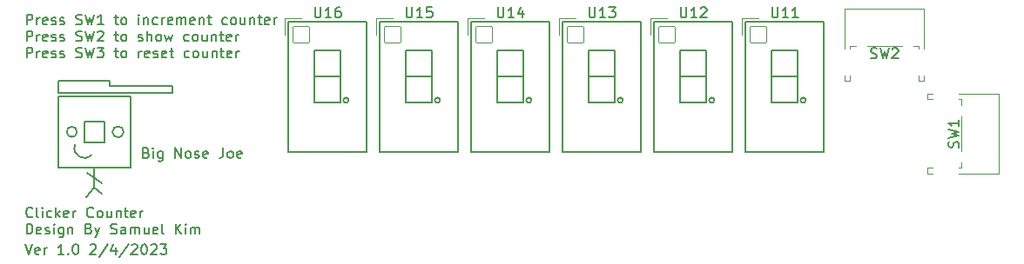
<source format=gto>
%TF.GenerationSoftware,KiCad,Pcbnew,6.0.10*%
%TF.CreationDate,2023-02-04T17:50:08-06:00*%
%TF.ProjectId,button-clicker,62757474-6f6e-42d6-936c-69636b65722e,rev?*%
%TF.SameCoordinates,Original*%
%TF.FileFunction,Legend,Top*%
%TF.FilePolarity,Positive*%
%FSLAX46Y46*%
G04 Gerber Fmt 4.6, Leading zero omitted, Abs format (unit mm)*
G04 Created by KiCad (PCBNEW 6.0.10) date 2023-02-04 17:50:08*
%MOMM*%
%LPD*%
G01*
G04 APERTURE LIST*
G04 Aperture macros list*
%AMRoundRect*
0 Rectangle with rounded corners*
0 $1 Rounding radius*
0 $2 $3 $4 $5 $6 $7 $8 $9 X,Y pos of 4 corners*
0 Add a 4 corners polygon primitive as box body*
4,1,4,$2,$3,$4,$5,$6,$7,$8,$9,$2,$3,0*
0 Add four circle primitives for the rounded corners*
1,1,$1+$1,$2,$3*
1,1,$1+$1,$4,$5*
1,1,$1+$1,$6,$7*
1,1,$1+$1,$8,$9*
0 Add four rect primitives between the rounded corners*
20,1,$1+$1,$2,$3,$4,$5,0*
20,1,$1+$1,$4,$5,$6,$7,0*
20,1,$1+$1,$6,$7,$8,$9,0*
20,1,$1+$1,$8,$9,$2,$3,0*%
G04 Aperture macros list end*
%ADD10C,0.150000*%
%ADD11C,0.120000*%
%ADD12RoundRect,0.060000X-0.800000X-0.800000X0.800000X-0.800000X0.800000X0.800000X-0.800000X0.800000X0*%
%ADD13C,1.720000*%
%ADD14C,2.220000*%
%ADD15C,1.870000*%
G04 APERTURE END LIST*
D10*
X25335595Y-21842380D02*
X25335595Y-20842380D01*
X25716547Y-20842380D01*
X25811785Y-20890000D01*
X25859404Y-20937619D01*
X25907023Y-21032857D01*
X25907023Y-21175714D01*
X25859404Y-21270952D01*
X25811785Y-21318571D01*
X25716547Y-21366190D01*
X25335595Y-21366190D01*
X26335595Y-21842380D02*
X26335595Y-21175714D01*
X26335595Y-21366190D02*
X26383214Y-21270952D01*
X26430833Y-21223333D01*
X26526071Y-21175714D01*
X26621309Y-21175714D01*
X27335595Y-21794761D02*
X27240357Y-21842380D01*
X27049880Y-21842380D01*
X26954642Y-21794761D01*
X26907023Y-21699523D01*
X26907023Y-21318571D01*
X26954642Y-21223333D01*
X27049880Y-21175714D01*
X27240357Y-21175714D01*
X27335595Y-21223333D01*
X27383214Y-21318571D01*
X27383214Y-21413809D01*
X26907023Y-21509047D01*
X27764166Y-21794761D02*
X27859404Y-21842380D01*
X28049880Y-21842380D01*
X28145119Y-21794761D01*
X28192738Y-21699523D01*
X28192738Y-21651904D01*
X28145119Y-21556666D01*
X28049880Y-21509047D01*
X27907023Y-21509047D01*
X27811785Y-21461428D01*
X27764166Y-21366190D01*
X27764166Y-21318571D01*
X27811785Y-21223333D01*
X27907023Y-21175714D01*
X28049880Y-21175714D01*
X28145119Y-21223333D01*
X28573690Y-21794761D02*
X28668928Y-21842380D01*
X28859404Y-21842380D01*
X28954642Y-21794761D01*
X29002261Y-21699523D01*
X29002261Y-21651904D01*
X28954642Y-21556666D01*
X28859404Y-21509047D01*
X28716547Y-21509047D01*
X28621309Y-21461428D01*
X28573690Y-21366190D01*
X28573690Y-21318571D01*
X28621309Y-21223333D01*
X28716547Y-21175714D01*
X28859404Y-21175714D01*
X28954642Y-21223333D01*
X30145119Y-21794761D02*
X30287976Y-21842380D01*
X30526071Y-21842380D01*
X30621309Y-21794761D01*
X30668928Y-21747142D01*
X30716547Y-21651904D01*
X30716547Y-21556666D01*
X30668928Y-21461428D01*
X30621309Y-21413809D01*
X30526071Y-21366190D01*
X30335595Y-21318571D01*
X30240357Y-21270952D01*
X30192738Y-21223333D01*
X30145119Y-21128095D01*
X30145119Y-21032857D01*
X30192738Y-20937619D01*
X30240357Y-20890000D01*
X30335595Y-20842380D01*
X30573690Y-20842380D01*
X30716547Y-20890000D01*
X31049880Y-20842380D02*
X31287976Y-21842380D01*
X31478452Y-21128095D01*
X31668928Y-21842380D01*
X31907023Y-20842380D01*
X32811785Y-21842380D02*
X32240357Y-21842380D01*
X32526071Y-21842380D02*
X32526071Y-20842380D01*
X32430833Y-20985238D01*
X32335595Y-21080476D01*
X32240357Y-21128095D01*
X33859404Y-21175714D02*
X34240357Y-21175714D01*
X34002261Y-20842380D02*
X34002261Y-21699523D01*
X34049880Y-21794761D01*
X34145119Y-21842380D01*
X34240357Y-21842380D01*
X34716547Y-21842380D02*
X34621309Y-21794761D01*
X34573690Y-21747142D01*
X34526071Y-21651904D01*
X34526071Y-21366190D01*
X34573690Y-21270952D01*
X34621309Y-21223333D01*
X34716547Y-21175714D01*
X34859404Y-21175714D01*
X34954642Y-21223333D01*
X35002261Y-21270952D01*
X35049880Y-21366190D01*
X35049880Y-21651904D01*
X35002261Y-21747142D01*
X34954642Y-21794761D01*
X34859404Y-21842380D01*
X34716547Y-21842380D01*
X36240357Y-21842380D02*
X36240357Y-21175714D01*
X36240357Y-20842380D02*
X36192738Y-20890000D01*
X36240357Y-20937619D01*
X36287976Y-20890000D01*
X36240357Y-20842380D01*
X36240357Y-20937619D01*
X36716547Y-21175714D02*
X36716547Y-21842380D01*
X36716547Y-21270952D02*
X36764166Y-21223333D01*
X36859404Y-21175714D01*
X37002261Y-21175714D01*
X37097500Y-21223333D01*
X37145119Y-21318571D01*
X37145119Y-21842380D01*
X38049880Y-21794761D02*
X37954642Y-21842380D01*
X37764166Y-21842380D01*
X37668928Y-21794761D01*
X37621309Y-21747142D01*
X37573690Y-21651904D01*
X37573690Y-21366190D01*
X37621309Y-21270952D01*
X37668928Y-21223333D01*
X37764166Y-21175714D01*
X37954642Y-21175714D01*
X38049880Y-21223333D01*
X38478452Y-21842380D02*
X38478452Y-21175714D01*
X38478452Y-21366190D02*
X38526071Y-21270952D01*
X38573690Y-21223333D01*
X38668928Y-21175714D01*
X38764166Y-21175714D01*
X39478452Y-21794761D02*
X39383214Y-21842380D01*
X39192738Y-21842380D01*
X39097500Y-21794761D01*
X39049880Y-21699523D01*
X39049880Y-21318571D01*
X39097500Y-21223333D01*
X39192738Y-21175714D01*
X39383214Y-21175714D01*
X39478452Y-21223333D01*
X39526071Y-21318571D01*
X39526071Y-21413809D01*
X39049880Y-21509047D01*
X39954642Y-21842380D02*
X39954642Y-21175714D01*
X39954642Y-21270952D02*
X40002261Y-21223333D01*
X40097500Y-21175714D01*
X40240357Y-21175714D01*
X40335595Y-21223333D01*
X40383214Y-21318571D01*
X40383214Y-21842380D01*
X40383214Y-21318571D02*
X40430833Y-21223333D01*
X40526071Y-21175714D01*
X40668928Y-21175714D01*
X40764166Y-21223333D01*
X40811785Y-21318571D01*
X40811785Y-21842380D01*
X41668928Y-21794761D02*
X41573690Y-21842380D01*
X41383214Y-21842380D01*
X41287976Y-21794761D01*
X41240357Y-21699523D01*
X41240357Y-21318571D01*
X41287976Y-21223333D01*
X41383214Y-21175714D01*
X41573690Y-21175714D01*
X41668928Y-21223333D01*
X41716547Y-21318571D01*
X41716547Y-21413809D01*
X41240357Y-21509047D01*
X42145119Y-21175714D02*
X42145119Y-21842380D01*
X42145119Y-21270952D02*
X42192738Y-21223333D01*
X42287976Y-21175714D01*
X42430833Y-21175714D01*
X42526071Y-21223333D01*
X42573690Y-21318571D01*
X42573690Y-21842380D01*
X42907023Y-21175714D02*
X43287976Y-21175714D01*
X43049880Y-20842380D02*
X43049880Y-21699523D01*
X43097500Y-21794761D01*
X43192738Y-21842380D01*
X43287976Y-21842380D01*
X44811785Y-21794761D02*
X44716547Y-21842380D01*
X44526071Y-21842380D01*
X44430833Y-21794761D01*
X44383214Y-21747142D01*
X44335595Y-21651904D01*
X44335595Y-21366190D01*
X44383214Y-21270952D01*
X44430833Y-21223333D01*
X44526071Y-21175714D01*
X44716547Y-21175714D01*
X44811785Y-21223333D01*
X45383214Y-21842380D02*
X45287976Y-21794761D01*
X45240357Y-21747142D01*
X45192738Y-21651904D01*
X45192738Y-21366190D01*
X45240357Y-21270952D01*
X45287976Y-21223333D01*
X45383214Y-21175714D01*
X45526071Y-21175714D01*
X45621309Y-21223333D01*
X45668928Y-21270952D01*
X45716547Y-21366190D01*
X45716547Y-21651904D01*
X45668928Y-21747142D01*
X45621309Y-21794761D01*
X45526071Y-21842380D01*
X45383214Y-21842380D01*
X46573690Y-21175714D02*
X46573690Y-21842380D01*
X46145119Y-21175714D02*
X46145119Y-21699523D01*
X46192738Y-21794761D01*
X46287976Y-21842380D01*
X46430833Y-21842380D01*
X46526071Y-21794761D01*
X46573690Y-21747142D01*
X47049880Y-21175714D02*
X47049880Y-21842380D01*
X47049880Y-21270952D02*
X47097499Y-21223333D01*
X47192738Y-21175714D01*
X47335595Y-21175714D01*
X47430833Y-21223333D01*
X47478452Y-21318571D01*
X47478452Y-21842380D01*
X47811785Y-21175714D02*
X48192738Y-21175714D01*
X47954642Y-20842380D02*
X47954642Y-21699523D01*
X48002261Y-21794761D01*
X48097499Y-21842380D01*
X48192738Y-21842380D01*
X48907023Y-21794761D02*
X48811785Y-21842380D01*
X48621309Y-21842380D01*
X48526071Y-21794761D01*
X48478452Y-21699523D01*
X48478452Y-21318571D01*
X48526071Y-21223333D01*
X48621309Y-21175714D01*
X48811785Y-21175714D01*
X48907023Y-21223333D01*
X48954642Y-21318571D01*
X48954642Y-21413809D01*
X48478452Y-21509047D01*
X49383214Y-21842380D02*
X49383214Y-21175714D01*
X49383214Y-21366190D02*
X49430833Y-21270952D01*
X49478452Y-21223333D01*
X49573690Y-21175714D01*
X49668928Y-21175714D01*
X25335595Y-23452380D02*
X25335595Y-22452380D01*
X25716547Y-22452380D01*
X25811785Y-22500000D01*
X25859404Y-22547619D01*
X25907023Y-22642857D01*
X25907023Y-22785714D01*
X25859404Y-22880952D01*
X25811785Y-22928571D01*
X25716547Y-22976190D01*
X25335595Y-22976190D01*
X26335595Y-23452380D02*
X26335595Y-22785714D01*
X26335595Y-22976190D02*
X26383214Y-22880952D01*
X26430833Y-22833333D01*
X26526071Y-22785714D01*
X26621309Y-22785714D01*
X27335595Y-23404761D02*
X27240357Y-23452380D01*
X27049880Y-23452380D01*
X26954642Y-23404761D01*
X26907023Y-23309523D01*
X26907023Y-22928571D01*
X26954642Y-22833333D01*
X27049880Y-22785714D01*
X27240357Y-22785714D01*
X27335595Y-22833333D01*
X27383214Y-22928571D01*
X27383214Y-23023809D01*
X26907023Y-23119047D01*
X27764166Y-23404761D02*
X27859404Y-23452380D01*
X28049880Y-23452380D01*
X28145119Y-23404761D01*
X28192738Y-23309523D01*
X28192738Y-23261904D01*
X28145119Y-23166666D01*
X28049880Y-23119047D01*
X27907023Y-23119047D01*
X27811785Y-23071428D01*
X27764166Y-22976190D01*
X27764166Y-22928571D01*
X27811785Y-22833333D01*
X27907023Y-22785714D01*
X28049880Y-22785714D01*
X28145119Y-22833333D01*
X28573690Y-23404761D02*
X28668928Y-23452380D01*
X28859404Y-23452380D01*
X28954642Y-23404761D01*
X29002261Y-23309523D01*
X29002261Y-23261904D01*
X28954642Y-23166666D01*
X28859404Y-23119047D01*
X28716547Y-23119047D01*
X28621309Y-23071428D01*
X28573690Y-22976190D01*
X28573690Y-22928571D01*
X28621309Y-22833333D01*
X28716547Y-22785714D01*
X28859404Y-22785714D01*
X28954642Y-22833333D01*
X30145119Y-23404761D02*
X30287976Y-23452380D01*
X30526071Y-23452380D01*
X30621309Y-23404761D01*
X30668928Y-23357142D01*
X30716547Y-23261904D01*
X30716547Y-23166666D01*
X30668928Y-23071428D01*
X30621309Y-23023809D01*
X30526071Y-22976190D01*
X30335595Y-22928571D01*
X30240357Y-22880952D01*
X30192738Y-22833333D01*
X30145119Y-22738095D01*
X30145119Y-22642857D01*
X30192738Y-22547619D01*
X30240357Y-22500000D01*
X30335595Y-22452380D01*
X30573690Y-22452380D01*
X30716547Y-22500000D01*
X31049880Y-22452380D02*
X31287976Y-23452380D01*
X31478452Y-22738095D01*
X31668928Y-23452380D01*
X31907023Y-22452380D01*
X32240357Y-22547619D02*
X32287976Y-22500000D01*
X32383214Y-22452380D01*
X32621309Y-22452380D01*
X32716547Y-22500000D01*
X32764166Y-22547619D01*
X32811785Y-22642857D01*
X32811785Y-22738095D01*
X32764166Y-22880952D01*
X32192738Y-23452380D01*
X32811785Y-23452380D01*
X33859404Y-22785714D02*
X34240357Y-22785714D01*
X34002261Y-22452380D02*
X34002261Y-23309523D01*
X34049880Y-23404761D01*
X34145119Y-23452380D01*
X34240357Y-23452380D01*
X34716547Y-23452380D02*
X34621309Y-23404761D01*
X34573690Y-23357142D01*
X34526071Y-23261904D01*
X34526071Y-22976190D01*
X34573690Y-22880952D01*
X34621309Y-22833333D01*
X34716547Y-22785714D01*
X34859404Y-22785714D01*
X34954642Y-22833333D01*
X35002261Y-22880952D01*
X35049880Y-22976190D01*
X35049880Y-23261904D01*
X35002261Y-23357142D01*
X34954642Y-23404761D01*
X34859404Y-23452380D01*
X34716547Y-23452380D01*
X36192738Y-23404761D02*
X36287976Y-23452380D01*
X36478452Y-23452380D01*
X36573690Y-23404761D01*
X36621309Y-23309523D01*
X36621309Y-23261904D01*
X36573690Y-23166666D01*
X36478452Y-23119047D01*
X36335595Y-23119047D01*
X36240357Y-23071428D01*
X36192738Y-22976190D01*
X36192738Y-22928571D01*
X36240357Y-22833333D01*
X36335595Y-22785714D01*
X36478452Y-22785714D01*
X36573690Y-22833333D01*
X37049880Y-23452380D02*
X37049880Y-22452380D01*
X37478452Y-23452380D02*
X37478452Y-22928571D01*
X37430833Y-22833333D01*
X37335595Y-22785714D01*
X37192738Y-22785714D01*
X37097500Y-22833333D01*
X37049880Y-22880952D01*
X38097500Y-23452380D02*
X38002261Y-23404761D01*
X37954642Y-23357142D01*
X37907023Y-23261904D01*
X37907023Y-22976190D01*
X37954642Y-22880952D01*
X38002261Y-22833333D01*
X38097500Y-22785714D01*
X38240357Y-22785714D01*
X38335595Y-22833333D01*
X38383214Y-22880952D01*
X38430833Y-22976190D01*
X38430833Y-23261904D01*
X38383214Y-23357142D01*
X38335595Y-23404761D01*
X38240357Y-23452380D01*
X38097500Y-23452380D01*
X38764166Y-22785714D02*
X38954642Y-23452380D01*
X39145119Y-22976190D01*
X39335595Y-23452380D01*
X39526071Y-22785714D01*
X41097500Y-23404761D02*
X41002261Y-23452380D01*
X40811785Y-23452380D01*
X40716547Y-23404761D01*
X40668928Y-23357142D01*
X40621309Y-23261904D01*
X40621309Y-22976190D01*
X40668928Y-22880952D01*
X40716547Y-22833333D01*
X40811785Y-22785714D01*
X41002261Y-22785714D01*
X41097500Y-22833333D01*
X41668928Y-23452380D02*
X41573690Y-23404761D01*
X41526071Y-23357142D01*
X41478452Y-23261904D01*
X41478452Y-22976190D01*
X41526071Y-22880952D01*
X41573690Y-22833333D01*
X41668928Y-22785714D01*
X41811785Y-22785714D01*
X41907023Y-22833333D01*
X41954642Y-22880952D01*
X42002261Y-22976190D01*
X42002261Y-23261904D01*
X41954642Y-23357142D01*
X41907023Y-23404761D01*
X41811785Y-23452380D01*
X41668928Y-23452380D01*
X42859404Y-22785714D02*
X42859404Y-23452380D01*
X42430833Y-22785714D02*
X42430833Y-23309523D01*
X42478452Y-23404761D01*
X42573690Y-23452380D01*
X42716547Y-23452380D01*
X42811785Y-23404761D01*
X42859404Y-23357142D01*
X43335595Y-22785714D02*
X43335595Y-23452380D01*
X43335595Y-22880952D02*
X43383214Y-22833333D01*
X43478452Y-22785714D01*
X43621309Y-22785714D01*
X43716547Y-22833333D01*
X43764166Y-22928571D01*
X43764166Y-23452380D01*
X44097499Y-22785714D02*
X44478452Y-22785714D01*
X44240357Y-22452380D02*
X44240357Y-23309523D01*
X44287976Y-23404761D01*
X44383214Y-23452380D01*
X44478452Y-23452380D01*
X45192738Y-23404761D02*
X45097499Y-23452380D01*
X44907023Y-23452380D01*
X44811785Y-23404761D01*
X44764166Y-23309523D01*
X44764166Y-22928571D01*
X44811785Y-22833333D01*
X44907023Y-22785714D01*
X45097499Y-22785714D01*
X45192738Y-22833333D01*
X45240357Y-22928571D01*
X45240357Y-23023809D01*
X44764166Y-23119047D01*
X45668928Y-23452380D02*
X45668928Y-22785714D01*
X45668928Y-22976190D02*
X45716547Y-22880952D01*
X45764166Y-22833333D01*
X45859404Y-22785714D01*
X45954642Y-22785714D01*
X25335595Y-25062380D02*
X25335595Y-24062380D01*
X25716547Y-24062380D01*
X25811785Y-24110000D01*
X25859404Y-24157619D01*
X25907023Y-24252857D01*
X25907023Y-24395714D01*
X25859404Y-24490952D01*
X25811785Y-24538571D01*
X25716547Y-24586190D01*
X25335595Y-24586190D01*
X26335595Y-25062380D02*
X26335595Y-24395714D01*
X26335595Y-24586190D02*
X26383214Y-24490952D01*
X26430833Y-24443333D01*
X26526071Y-24395714D01*
X26621309Y-24395714D01*
X27335595Y-25014761D02*
X27240357Y-25062380D01*
X27049880Y-25062380D01*
X26954642Y-25014761D01*
X26907023Y-24919523D01*
X26907023Y-24538571D01*
X26954642Y-24443333D01*
X27049880Y-24395714D01*
X27240357Y-24395714D01*
X27335595Y-24443333D01*
X27383214Y-24538571D01*
X27383214Y-24633809D01*
X26907023Y-24729047D01*
X27764166Y-25014761D02*
X27859404Y-25062380D01*
X28049880Y-25062380D01*
X28145119Y-25014761D01*
X28192738Y-24919523D01*
X28192738Y-24871904D01*
X28145119Y-24776666D01*
X28049880Y-24729047D01*
X27907023Y-24729047D01*
X27811785Y-24681428D01*
X27764166Y-24586190D01*
X27764166Y-24538571D01*
X27811785Y-24443333D01*
X27907023Y-24395714D01*
X28049880Y-24395714D01*
X28145119Y-24443333D01*
X28573690Y-25014761D02*
X28668928Y-25062380D01*
X28859404Y-25062380D01*
X28954642Y-25014761D01*
X29002261Y-24919523D01*
X29002261Y-24871904D01*
X28954642Y-24776666D01*
X28859404Y-24729047D01*
X28716547Y-24729047D01*
X28621309Y-24681428D01*
X28573690Y-24586190D01*
X28573690Y-24538571D01*
X28621309Y-24443333D01*
X28716547Y-24395714D01*
X28859404Y-24395714D01*
X28954642Y-24443333D01*
X30145119Y-25014761D02*
X30287976Y-25062380D01*
X30526071Y-25062380D01*
X30621309Y-25014761D01*
X30668928Y-24967142D01*
X30716547Y-24871904D01*
X30716547Y-24776666D01*
X30668928Y-24681428D01*
X30621309Y-24633809D01*
X30526071Y-24586190D01*
X30335595Y-24538571D01*
X30240357Y-24490952D01*
X30192738Y-24443333D01*
X30145119Y-24348095D01*
X30145119Y-24252857D01*
X30192738Y-24157619D01*
X30240357Y-24110000D01*
X30335595Y-24062380D01*
X30573690Y-24062380D01*
X30716547Y-24110000D01*
X31049880Y-24062380D02*
X31287976Y-25062380D01*
X31478452Y-24348095D01*
X31668928Y-25062380D01*
X31907023Y-24062380D01*
X32192738Y-24062380D02*
X32811785Y-24062380D01*
X32478452Y-24443333D01*
X32621309Y-24443333D01*
X32716547Y-24490952D01*
X32764166Y-24538571D01*
X32811785Y-24633809D01*
X32811785Y-24871904D01*
X32764166Y-24967142D01*
X32716547Y-25014761D01*
X32621309Y-25062380D01*
X32335595Y-25062380D01*
X32240357Y-25014761D01*
X32192738Y-24967142D01*
X33859404Y-24395714D02*
X34240357Y-24395714D01*
X34002261Y-24062380D02*
X34002261Y-24919523D01*
X34049880Y-25014761D01*
X34145119Y-25062380D01*
X34240357Y-25062380D01*
X34716547Y-25062380D02*
X34621309Y-25014761D01*
X34573690Y-24967142D01*
X34526071Y-24871904D01*
X34526071Y-24586190D01*
X34573690Y-24490952D01*
X34621309Y-24443333D01*
X34716547Y-24395714D01*
X34859404Y-24395714D01*
X34954642Y-24443333D01*
X35002261Y-24490952D01*
X35049880Y-24586190D01*
X35049880Y-24871904D01*
X35002261Y-24967142D01*
X34954642Y-25014761D01*
X34859404Y-25062380D01*
X34716547Y-25062380D01*
X36240357Y-25062380D02*
X36240357Y-24395714D01*
X36240357Y-24586190D02*
X36287976Y-24490952D01*
X36335595Y-24443333D01*
X36430833Y-24395714D01*
X36526071Y-24395714D01*
X37240357Y-25014761D02*
X37145119Y-25062380D01*
X36954642Y-25062380D01*
X36859404Y-25014761D01*
X36811785Y-24919523D01*
X36811785Y-24538571D01*
X36859404Y-24443333D01*
X36954642Y-24395714D01*
X37145119Y-24395714D01*
X37240357Y-24443333D01*
X37287976Y-24538571D01*
X37287976Y-24633809D01*
X36811785Y-24729047D01*
X37668928Y-25014761D02*
X37764166Y-25062380D01*
X37954642Y-25062380D01*
X38049880Y-25014761D01*
X38097500Y-24919523D01*
X38097500Y-24871904D01*
X38049880Y-24776666D01*
X37954642Y-24729047D01*
X37811785Y-24729047D01*
X37716547Y-24681428D01*
X37668928Y-24586190D01*
X37668928Y-24538571D01*
X37716547Y-24443333D01*
X37811785Y-24395714D01*
X37954642Y-24395714D01*
X38049880Y-24443333D01*
X38907023Y-25014761D02*
X38811785Y-25062380D01*
X38621309Y-25062380D01*
X38526071Y-25014761D01*
X38478452Y-24919523D01*
X38478452Y-24538571D01*
X38526071Y-24443333D01*
X38621309Y-24395714D01*
X38811785Y-24395714D01*
X38907023Y-24443333D01*
X38954642Y-24538571D01*
X38954642Y-24633809D01*
X38478452Y-24729047D01*
X39240357Y-24395714D02*
X39621309Y-24395714D01*
X39383214Y-24062380D02*
X39383214Y-24919523D01*
X39430833Y-25014761D01*
X39526071Y-25062380D01*
X39621309Y-25062380D01*
X41145119Y-25014761D02*
X41049880Y-25062380D01*
X40859404Y-25062380D01*
X40764166Y-25014761D01*
X40716547Y-24967142D01*
X40668928Y-24871904D01*
X40668928Y-24586190D01*
X40716547Y-24490952D01*
X40764166Y-24443333D01*
X40859404Y-24395714D01*
X41049880Y-24395714D01*
X41145119Y-24443333D01*
X41716547Y-25062380D02*
X41621309Y-25014761D01*
X41573690Y-24967142D01*
X41526071Y-24871904D01*
X41526071Y-24586190D01*
X41573690Y-24490952D01*
X41621309Y-24443333D01*
X41716547Y-24395714D01*
X41859404Y-24395714D01*
X41954642Y-24443333D01*
X42002261Y-24490952D01*
X42049880Y-24586190D01*
X42049880Y-24871904D01*
X42002261Y-24967142D01*
X41954642Y-25014761D01*
X41859404Y-25062380D01*
X41716547Y-25062380D01*
X42907023Y-24395714D02*
X42907023Y-25062380D01*
X42478452Y-24395714D02*
X42478452Y-24919523D01*
X42526071Y-25014761D01*
X42621309Y-25062380D01*
X42764166Y-25062380D01*
X42859404Y-25014761D01*
X42907023Y-24967142D01*
X43383214Y-24395714D02*
X43383214Y-25062380D01*
X43383214Y-24490952D02*
X43430833Y-24443333D01*
X43526071Y-24395714D01*
X43668928Y-24395714D01*
X43764166Y-24443333D01*
X43811785Y-24538571D01*
X43811785Y-25062380D01*
X44145119Y-24395714D02*
X44526071Y-24395714D01*
X44287976Y-24062380D02*
X44287976Y-24919523D01*
X44335595Y-25014761D01*
X44430833Y-25062380D01*
X44526071Y-25062380D01*
X45240357Y-25014761D02*
X45145119Y-25062380D01*
X44954642Y-25062380D01*
X44859404Y-25014761D01*
X44811785Y-24919523D01*
X44811785Y-24538571D01*
X44859404Y-24443333D01*
X44954642Y-24395714D01*
X45145119Y-24395714D01*
X45240357Y-24443333D01*
X45287976Y-24538571D01*
X45287976Y-24633809D01*
X44811785Y-24729047D01*
X45716547Y-25062380D02*
X45716547Y-24395714D01*
X45716547Y-24586190D02*
X45764166Y-24490952D01*
X45811785Y-24443333D01*
X45907023Y-24395714D01*
X46002261Y-24395714D01*
X100330000Y-24384000D02*
X100330000Y-26924000D01*
X97790000Y-24384000D02*
X100330000Y-24384000D01*
X100330000Y-29464000D02*
X100330000Y-26924000D01*
X97790000Y-26924000D02*
X97790000Y-24384000D01*
X101092000Y-29210000D02*
G75*
G03*
X101092000Y-29210000I-254000J0D01*
G01*
X97790000Y-29464000D02*
X100330000Y-29464000D01*
X97790000Y-26924000D02*
X97790000Y-29464000D01*
X100330000Y-26924000D02*
X97790000Y-26924000D01*
X91440000Y-24384000D02*
X91440000Y-26924000D01*
X88900000Y-24384000D02*
X91440000Y-24384000D01*
X91440000Y-29464000D02*
X91440000Y-26924000D01*
X88900000Y-26924000D02*
X88900000Y-24384000D01*
X92202000Y-29210000D02*
G75*
G03*
X92202000Y-29210000I-254000J0D01*
G01*
X88900000Y-29464000D02*
X91440000Y-29464000D01*
X88900000Y-26924000D02*
X88900000Y-29464000D01*
X91440000Y-26924000D02*
X88900000Y-26924000D01*
X82550000Y-24384000D02*
X82550000Y-26924000D01*
X80010000Y-24384000D02*
X82550000Y-24384000D01*
X82550000Y-29464000D02*
X82550000Y-26924000D01*
X80010000Y-26924000D02*
X80010000Y-24384000D01*
X83312000Y-29210000D02*
G75*
G03*
X83312000Y-29210000I-254000J0D01*
G01*
X80010000Y-29464000D02*
X82550000Y-29464000D01*
X80010000Y-26924000D02*
X80010000Y-29464000D01*
X82550000Y-26924000D02*
X80010000Y-26924000D01*
X73660000Y-24384000D02*
X73660000Y-26924000D01*
X71120000Y-24384000D02*
X73660000Y-24384000D01*
X73660000Y-29464000D02*
X73660000Y-26924000D01*
X71120000Y-26924000D02*
X71120000Y-24384000D01*
X74422000Y-29210000D02*
G75*
G03*
X74422000Y-29210000I-254000J0D01*
G01*
X71120000Y-29464000D02*
X73660000Y-29464000D01*
X71120000Y-26924000D02*
X71120000Y-29464000D01*
X73660000Y-26924000D02*
X71120000Y-26924000D01*
X64770000Y-24384000D02*
X64770000Y-26924000D01*
X62230000Y-24384000D02*
X64770000Y-24384000D01*
X64770000Y-29464000D02*
X64770000Y-26924000D01*
X62230000Y-26924000D02*
X62230000Y-24384000D01*
X65532000Y-29210000D02*
G75*
G03*
X65532000Y-29210000I-254000J0D01*
G01*
X62230000Y-29464000D02*
X64770000Y-29464000D01*
X62230000Y-26924000D02*
X62230000Y-29464000D01*
X64770000Y-26924000D02*
X62230000Y-26924000D01*
X56642000Y-29210000D02*
G75*
G03*
X56642000Y-29210000I-254000J0D01*
G01*
X55880000Y-29464000D02*
X55880000Y-26924000D01*
X53340000Y-29464000D02*
X55880000Y-29464000D01*
X53340000Y-26924000D02*
X53340000Y-29464000D01*
X53340000Y-26924000D02*
X53340000Y-24384000D01*
X55880000Y-26924000D02*
X53340000Y-26924000D01*
X55880000Y-24384000D02*
X55880000Y-26924000D01*
X53340000Y-24384000D02*
X55880000Y-24384000D01*
X25192738Y-43252380D02*
X25526071Y-44252380D01*
X25859404Y-43252380D01*
X26573690Y-44204761D02*
X26478452Y-44252380D01*
X26287976Y-44252380D01*
X26192738Y-44204761D01*
X26145119Y-44109523D01*
X26145119Y-43728571D01*
X26192738Y-43633333D01*
X26287976Y-43585714D01*
X26478452Y-43585714D01*
X26573690Y-43633333D01*
X26621309Y-43728571D01*
X26621309Y-43823809D01*
X26145119Y-43919047D01*
X27049880Y-44252380D02*
X27049880Y-43585714D01*
X27049880Y-43776190D02*
X27097500Y-43680952D01*
X27145119Y-43633333D01*
X27240357Y-43585714D01*
X27335595Y-43585714D01*
X28954642Y-44252380D02*
X28383214Y-44252380D01*
X28668928Y-44252380D02*
X28668928Y-43252380D01*
X28573690Y-43395238D01*
X28478452Y-43490476D01*
X28383214Y-43538095D01*
X29383214Y-44157142D02*
X29430833Y-44204761D01*
X29383214Y-44252380D01*
X29335595Y-44204761D01*
X29383214Y-44157142D01*
X29383214Y-44252380D01*
X30049880Y-43252380D02*
X30145119Y-43252380D01*
X30240357Y-43300000D01*
X30287976Y-43347619D01*
X30335595Y-43442857D01*
X30383214Y-43633333D01*
X30383214Y-43871428D01*
X30335595Y-44061904D01*
X30287976Y-44157142D01*
X30240357Y-44204761D01*
X30145119Y-44252380D01*
X30049880Y-44252380D01*
X29954642Y-44204761D01*
X29907023Y-44157142D01*
X29859404Y-44061904D01*
X29811785Y-43871428D01*
X29811785Y-43633333D01*
X29859404Y-43442857D01*
X29907023Y-43347619D01*
X29954642Y-43300000D01*
X30049880Y-43252380D01*
X31526071Y-43347619D02*
X31573690Y-43300000D01*
X31668928Y-43252380D01*
X31907023Y-43252380D01*
X32002261Y-43300000D01*
X32049880Y-43347619D01*
X32097500Y-43442857D01*
X32097500Y-43538095D01*
X32049880Y-43680952D01*
X31478452Y-44252380D01*
X32097500Y-44252380D01*
X33240357Y-43204761D02*
X32383214Y-44490476D01*
X34002261Y-43585714D02*
X34002261Y-44252380D01*
X33764166Y-43204761D02*
X33526071Y-43919047D01*
X34145119Y-43919047D01*
X35240357Y-43204761D02*
X34383214Y-44490476D01*
X35526071Y-43347619D02*
X35573690Y-43300000D01*
X35668928Y-43252380D01*
X35907023Y-43252380D01*
X36002261Y-43300000D01*
X36049880Y-43347619D01*
X36097500Y-43442857D01*
X36097500Y-43538095D01*
X36049880Y-43680952D01*
X35478452Y-44252380D01*
X36097500Y-44252380D01*
X36716547Y-43252380D02*
X36811785Y-43252380D01*
X36907023Y-43300000D01*
X36954642Y-43347619D01*
X37002261Y-43442857D01*
X37049880Y-43633333D01*
X37049880Y-43871428D01*
X37002261Y-44061904D01*
X36954642Y-44157142D01*
X36907023Y-44204761D01*
X36811785Y-44252380D01*
X36716547Y-44252380D01*
X36621309Y-44204761D01*
X36573690Y-44157142D01*
X36526071Y-44061904D01*
X36478452Y-43871428D01*
X36478452Y-43633333D01*
X36526071Y-43442857D01*
X36573690Y-43347619D01*
X36621309Y-43300000D01*
X36716547Y-43252380D01*
X37430833Y-43347619D02*
X37478452Y-43300000D01*
X37573690Y-43252380D01*
X37811785Y-43252380D01*
X37907023Y-43300000D01*
X37954642Y-43347619D01*
X38002261Y-43442857D01*
X38002261Y-43538095D01*
X37954642Y-43680952D01*
X37383214Y-44252380D01*
X38002261Y-44252380D01*
X38335595Y-43252380D02*
X38954642Y-43252380D01*
X38621309Y-43633333D01*
X38764166Y-43633333D01*
X38859404Y-43680952D01*
X38907023Y-43728571D01*
X38954642Y-43823809D01*
X38954642Y-44061904D01*
X38907023Y-44157142D01*
X38859404Y-44204761D01*
X38764166Y-44252380D01*
X38478452Y-44252380D01*
X38383214Y-44204761D01*
X38335595Y-44157142D01*
X25907023Y-40552142D02*
X25859404Y-40599761D01*
X25716547Y-40647380D01*
X25621309Y-40647380D01*
X25478452Y-40599761D01*
X25383214Y-40504523D01*
X25335595Y-40409285D01*
X25287976Y-40218809D01*
X25287976Y-40075952D01*
X25335595Y-39885476D01*
X25383214Y-39790238D01*
X25478452Y-39695000D01*
X25621309Y-39647380D01*
X25716547Y-39647380D01*
X25859404Y-39695000D01*
X25907023Y-39742619D01*
X26478452Y-40647380D02*
X26383214Y-40599761D01*
X26335595Y-40504523D01*
X26335595Y-39647380D01*
X26859404Y-40647380D02*
X26859404Y-39980714D01*
X26859404Y-39647380D02*
X26811785Y-39695000D01*
X26859404Y-39742619D01*
X26907023Y-39695000D01*
X26859404Y-39647380D01*
X26859404Y-39742619D01*
X27764166Y-40599761D02*
X27668928Y-40647380D01*
X27478452Y-40647380D01*
X27383214Y-40599761D01*
X27335595Y-40552142D01*
X27287976Y-40456904D01*
X27287976Y-40171190D01*
X27335595Y-40075952D01*
X27383214Y-40028333D01*
X27478452Y-39980714D01*
X27668928Y-39980714D01*
X27764166Y-40028333D01*
X28192738Y-40647380D02*
X28192738Y-39647380D01*
X28287976Y-40266428D02*
X28573690Y-40647380D01*
X28573690Y-39980714D02*
X28192738Y-40361666D01*
X29383214Y-40599761D02*
X29287976Y-40647380D01*
X29097500Y-40647380D01*
X29002261Y-40599761D01*
X28954642Y-40504523D01*
X28954642Y-40123571D01*
X29002261Y-40028333D01*
X29097500Y-39980714D01*
X29287976Y-39980714D01*
X29383214Y-40028333D01*
X29430833Y-40123571D01*
X29430833Y-40218809D01*
X28954642Y-40314047D01*
X29859404Y-40647380D02*
X29859404Y-39980714D01*
X29859404Y-40171190D02*
X29907023Y-40075952D01*
X29954642Y-40028333D01*
X30049880Y-39980714D01*
X30145119Y-39980714D01*
X31811785Y-40552142D02*
X31764166Y-40599761D01*
X31621309Y-40647380D01*
X31526071Y-40647380D01*
X31383214Y-40599761D01*
X31287976Y-40504523D01*
X31240357Y-40409285D01*
X31192738Y-40218809D01*
X31192738Y-40075952D01*
X31240357Y-39885476D01*
X31287976Y-39790238D01*
X31383214Y-39695000D01*
X31526071Y-39647380D01*
X31621309Y-39647380D01*
X31764166Y-39695000D01*
X31811785Y-39742619D01*
X32383214Y-40647380D02*
X32287976Y-40599761D01*
X32240357Y-40552142D01*
X32192738Y-40456904D01*
X32192738Y-40171190D01*
X32240357Y-40075952D01*
X32287976Y-40028333D01*
X32383214Y-39980714D01*
X32526071Y-39980714D01*
X32621309Y-40028333D01*
X32668928Y-40075952D01*
X32716547Y-40171190D01*
X32716547Y-40456904D01*
X32668928Y-40552142D01*
X32621309Y-40599761D01*
X32526071Y-40647380D01*
X32383214Y-40647380D01*
X33573690Y-39980714D02*
X33573690Y-40647380D01*
X33145119Y-39980714D02*
X33145119Y-40504523D01*
X33192738Y-40599761D01*
X33287976Y-40647380D01*
X33430833Y-40647380D01*
X33526071Y-40599761D01*
X33573690Y-40552142D01*
X34049880Y-39980714D02*
X34049880Y-40647380D01*
X34049880Y-40075952D02*
X34097500Y-40028333D01*
X34192738Y-39980714D01*
X34335595Y-39980714D01*
X34430833Y-40028333D01*
X34478452Y-40123571D01*
X34478452Y-40647380D01*
X34811785Y-39980714D02*
X35192738Y-39980714D01*
X34954642Y-39647380D02*
X34954642Y-40504523D01*
X35002261Y-40599761D01*
X35097500Y-40647380D01*
X35192738Y-40647380D01*
X35907023Y-40599761D02*
X35811785Y-40647380D01*
X35621309Y-40647380D01*
X35526071Y-40599761D01*
X35478452Y-40504523D01*
X35478452Y-40123571D01*
X35526071Y-40028333D01*
X35621309Y-39980714D01*
X35811785Y-39980714D01*
X35907023Y-40028333D01*
X35954642Y-40123571D01*
X35954642Y-40218809D01*
X35478452Y-40314047D01*
X36383214Y-40647380D02*
X36383214Y-39980714D01*
X36383214Y-40171190D02*
X36430833Y-40075952D01*
X36478452Y-40028333D01*
X36573690Y-39980714D01*
X36668928Y-39980714D01*
X25335595Y-42257380D02*
X25335595Y-41257380D01*
X25573690Y-41257380D01*
X25716547Y-41305000D01*
X25811785Y-41400238D01*
X25859404Y-41495476D01*
X25907023Y-41685952D01*
X25907023Y-41828809D01*
X25859404Y-42019285D01*
X25811785Y-42114523D01*
X25716547Y-42209761D01*
X25573690Y-42257380D01*
X25335595Y-42257380D01*
X26716547Y-42209761D02*
X26621309Y-42257380D01*
X26430833Y-42257380D01*
X26335595Y-42209761D01*
X26287976Y-42114523D01*
X26287976Y-41733571D01*
X26335595Y-41638333D01*
X26430833Y-41590714D01*
X26621309Y-41590714D01*
X26716547Y-41638333D01*
X26764166Y-41733571D01*
X26764166Y-41828809D01*
X26287976Y-41924047D01*
X27145119Y-42209761D02*
X27240357Y-42257380D01*
X27430833Y-42257380D01*
X27526071Y-42209761D01*
X27573690Y-42114523D01*
X27573690Y-42066904D01*
X27526071Y-41971666D01*
X27430833Y-41924047D01*
X27287976Y-41924047D01*
X27192738Y-41876428D01*
X27145119Y-41781190D01*
X27145119Y-41733571D01*
X27192738Y-41638333D01*
X27287976Y-41590714D01*
X27430833Y-41590714D01*
X27526071Y-41638333D01*
X28002261Y-42257380D02*
X28002261Y-41590714D01*
X28002261Y-41257380D02*
X27954642Y-41305000D01*
X28002261Y-41352619D01*
X28049880Y-41305000D01*
X28002261Y-41257380D01*
X28002261Y-41352619D01*
X28907023Y-41590714D02*
X28907023Y-42400238D01*
X28859404Y-42495476D01*
X28811785Y-42543095D01*
X28716547Y-42590714D01*
X28573690Y-42590714D01*
X28478452Y-42543095D01*
X28907023Y-42209761D02*
X28811785Y-42257380D01*
X28621309Y-42257380D01*
X28526071Y-42209761D01*
X28478452Y-42162142D01*
X28430833Y-42066904D01*
X28430833Y-41781190D01*
X28478452Y-41685952D01*
X28526071Y-41638333D01*
X28621309Y-41590714D01*
X28811785Y-41590714D01*
X28907023Y-41638333D01*
X29383214Y-41590714D02*
X29383214Y-42257380D01*
X29383214Y-41685952D02*
X29430833Y-41638333D01*
X29526071Y-41590714D01*
X29668928Y-41590714D01*
X29764166Y-41638333D01*
X29811785Y-41733571D01*
X29811785Y-42257380D01*
X31383214Y-41733571D02*
X31526071Y-41781190D01*
X31573690Y-41828809D01*
X31621309Y-41924047D01*
X31621309Y-42066904D01*
X31573690Y-42162142D01*
X31526071Y-42209761D01*
X31430833Y-42257380D01*
X31049880Y-42257380D01*
X31049880Y-41257380D01*
X31383214Y-41257380D01*
X31478452Y-41305000D01*
X31526071Y-41352619D01*
X31573690Y-41447857D01*
X31573690Y-41543095D01*
X31526071Y-41638333D01*
X31478452Y-41685952D01*
X31383214Y-41733571D01*
X31049880Y-41733571D01*
X31954642Y-41590714D02*
X32192738Y-42257380D01*
X32430833Y-41590714D02*
X32192738Y-42257380D01*
X32097500Y-42495476D01*
X32049880Y-42543095D01*
X31954642Y-42590714D01*
X33526071Y-42209761D02*
X33668928Y-42257380D01*
X33907023Y-42257380D01*
X34002261Y-42209761D01*
X34049880Y-42162142D01*
X34097500Y-42066904D01*
X34097500Y-41971666D01*
X34049880Y-41876428D01*
X34002261Y-41828809D01*
X33907023Y-41781190D01*
X33716547Y-41733571D01*
X33621309Y-41685952D01*
X33573690Y-41638333D01*
X33526071Y-41543095D01*
X33526071Y-41447857D01*
X33573690Y-41352619D01*
X33621309Y-41305000D01*
X33716547Y-41257380D01*
X33954642Y-41257380D01*
X34097500Y-41305000D01*
X34954642Y-42257380D02*
X34954642Y-41733571D01*
X34907023Y-41638333D01*
X34811785Y-41590714D01*
X34621309Y-41590714D01*
X34526071Y-41638333D01*
X34954642Y-42209761D02*
X34859404Y-42257380D01*
X34621309Y-42257380D01*
X34526071Y-42209761D01*
X34478452Y-42114523D01*
X34478452Y-42019285D01*
X34526071Y-41924047D01*
X34621309Y-41876428D01*
X34859404Y-41876428D01*
X34954642Y-41828809D01*
X35430833Y-42257380D02*
X35430833Y-41590714D01*
X35430833Y-41685952D02*
X35478452Y-41638333D01*
X35573690Y-41590714D01*
X35716547Y-41590714D01*
X35811785Y-41638333D01*
X35859404Y-41733571D01*
X35859404Y-42257380D01*
X35859404Y-41733571D02*
X35907023Y-41638333D01*
X36002261Y-41590714D01*
X36145119Y-41590714D01*
X36240357Y-41638333D01*
X36287976Y-41733571D01*
X36287976Y-42257380D01*
X37192738Y-41590714D02*
X37192738Y-42257380D01*
X36764166Y-41590714D02*
X36764166Y-42114523D01*
X36811785Y-42209761D01*
X36907023Y-42257380D01*
X37049880Y-42257380D01*
X37145119Y-42209761D01*
X37192738Y-42162142D01*
X38049880Y-42209761D02*
X37954642Y-42257380D01*
X37764166Y-42257380D01*
X37668928Y-42209761D01*
X37621309Y-42114523D01*
X37621309Y-41733571D01*
X37668928Y-41638333D01*
X37764166Y-41590714D01*
X37954642Y-41590714D01*
X38049880Y-41638333D01*
X38097500Y-41733571D01*
X38097500Y-41828809D01*
X37621309Y-41924047D01*
X38668928Y-42257380D02*
X38573690Y-42209761D01*
X38526071Y-42114523D01*
X38526071Y-41257380D01*
X39811785Y-42257380D02*
X39811785Y-41257380D01*
X40383214Y-42257380D02*
X39954642Y-41685952D01*
X40383214Y-41257380D02*
X39811785Y-41828809D01*
X40811785Y-42257380D02*
X40811785Y-41590714D01*
X40811785Y-41257380D02*
X40764166Y-41305000D01*
X40811785Y-41352619D01*
X40859404Y-41305000D01*
X40811785Y-41257380D01*
X40811785Y-41352619D01*
X41287976Y-42257380D02*
X41287976Y-41590714D01*
X41287976Y-41685952D02*
X41335595Y-41638333D01*
X41430833Y-41590714D01*
X41573690Y-41590714D01*
X41668928Y-41638333D01*
X41716547Y-41733571D01*
X41716547Y-42257380D01*
X41716547Y-41733571D02*
X41764166Y-41638333D01*
X41859404Y-41590714D01*
X42002261Y-41590714D01*
X42097500Y-41638333D01*
X42145119Y-41733571D01*
X42145119Y-42257380D01*
%TO.C,REF\u002A\u002A*%
X36972619Y-34328571D02*
X37115476Y-34376190D01*
X37163095Y-34423809D01*
X37210714Y-34519047D01*
X37210714Y-34661904D01*
X37163095Y-34757142D01*
X37115476Y-34804761D01*
X37020238Y-34852380D01*
X36639285Y-34852380D01*
X36639285Y-33852380D01*
X36972619Y-33852380D01*
X37067857Y-33900000D01*
X37115476Y-33947619D01*
X37163095Y-34042857D01*
X37163095Y-34138095D01*
X37115476Y-34233333D01*
X37067857Y-34280952D01*
X36972619Y-34328571D01*
X36639285Y-34328571D01*
X37639285Y-34852380D02*
X37639285Y-34185714D01*
X37639285Y-33852380D02*
X37591666Y-33900000D01*
X37639285Y-33947619D01*
X37686904Y-33900000D01*
X37639285Y-33852380D01*
X37639285Y-33947619D01*
X38544047Y-34185714D02*
X38544047Y-34995238D01*
X38496428Y-35090476D01*
X38448809Y-35138095D01*
X38353571Y-35185714D01*
X38210714Y-35185714D01*
X38115476Y-35138095D01*
X38544047Y-34804761D02*
X38448809Y-34852380D01*
X38258333Y-34852380D01*
X38163095Y-34804761D01*
X38115476Y-34757142D01*
X38067857Y-34661904D01*
X38067857Y-34376190D01*
X38115476Y-34280952D01*
X38163095Y-34233333D01*
X38258333Y-34185714D01*
X38448809Y-34185714D01*
X38544047Y-34233333D01*
X39782142Y-34852380D02*
X39782142Y-33852380D01*
X40353571Y-34852380D01*
X40353571Y-33852380D01*
X40972619Y-34852380D02*
X40877380Y-34804761D01*
X40829761Y-34757142D01*
X40782142Y-34661904D01*
X40782142Y-34376190D01*
X40829761Y-34280952D01*
X40877380Y-34233333D01*
X40972619Y-34185714D01*
X41115476Y-34185714D01*
X41210714Y-34233333D01*
X41258333Y-34280952D01*
X41305952Y-34376190D01*
X41305952Y-34661904D01*
X41258333Y-34757142D01*
X41210714Y-34804761D01*
X41115476Y-34852380D01*
X40972619Y-34852380D01*
X41686904Y-34804761D02*
X41782142Y-34852380D01*
X41972619Y-34852380D01*
X42067857Y-34804761D01*
X42115476Y-34709523D01*
X42115476Y-34661904D01*
X42067857Y-34566666D01*
X41972619Y-34519047D01*
X41829761Y-34519047D01*
X41734523Y-34471428D01*
X41686904Y-34376190D01*
X41686904Y-34328571D01*
X41734523Y-34233333D01*
X41829761Y-34185714D01*
X41972619Y-34185714D01*
X42067857Y-34233333D01*
X42925000Y-34804761D02*
X42829761Y-34852380D01*
X42639285Y-34852380D01*
X42544047Y-34804761D01*
X42496428Y-34709523D01*
X42496428Y-34328571D01*
X42544047Y-34233333D01*
X42639285Y-34185714D01*
X42829761Y-34185714D01*
X42925000Y-34233333D01*
X42972619Y-34328571D01*
X42972619Y-34423809D01*
X42496428Y-34519047D01*
X44448809Y-33852380D02*
X44448809Y-34566666D01*
X44401190Y-34709523D01*
X44305952Y-34804761D01*
X44163095Y-34852380D01*
X44067857Y-34852380D01*
X45067857Y-34852380D02*
X44972619Y-34804761D01*
X44925000Y-34757142D01*
X44877380Y-34661904D01*
X44877380Y-34376190D01*
X44925000Y-34280952D01*
X44972619Y-34233333D01*
X45067857Y-34185714D01*
X45210714Y-34185714D01*
X45305952Y-34233333D01*
X45353571Y-34280952D01*
X45401190Y-34376190D01*
X45401190Y-34661904D01*
X45353571Y-34757142D01*
X45305952Y-34804761D01*
X45210714Y-34852380D01*
X45067857Y-34852380D01*
X46210714Y-34804761D02*
X46115476Y-34852380D01*
X45925000Y-34852380D01*
X45829761Y-34804761D01*
X45782142Y-34709523D01*
X45782142Y-34328571D01*
X45829761Y-34233333D01*
X45925000Y-34185714D01*
X46115476Y-34185714D01*
X46210714Y-34233333D01*
X46258333Y-34328571D01*
X46258333Y-34423809D01*
X45782142Y-34519047D01*
%TO.C,U12*%
X88931904Y-20153380D02*
X88931904Y-20962904D01*
X88979523Y-21058142D01*
X89027142Y-21105761D01*
X89122380Y-21153380D01*
X89312857Y-21153380D01*
X89408095Y-21105761D01*
X89455714Y-21058142D01*
X89503333Y-20962904D01*
X89503333Y-20153380D01*
X90503333Y-21153380D02*
X89931904Y-21153380D01*
X90217619Y-21153380D02*
X90217619Y-20153380D01*
X90122380Y-20296238D01*
X90027142Y-20391476D01*
X89931904Y-20439095D01*
X90884285Y-20248619D02*
X90931904Y-20201000D01*
X91027142Y-20153380D01*
X91265238Y-20153380D01*
X91360476Y-20201000D01*
X91408095Y-20248619D01*
X91455714Y-20343857D01*
X91455714Y-20439095D01*
X91408095Y-20581952D01*
X90836666Y-21153380D01*
X91455714Y-21153380D01*
%TO.C,U13*%
X80041904Y-20153380D02*
X80041904Y-20962904D01*
X80089523Y-21058142D01*
X80137142Y-21105761D01*
X80232380Y-21153380D01*
X80422857Y-21153380D01*
X80518095Y-21105761D01*
X80565714Y-21058142D01*
X80613333Y-20962904D01*
X80613333Y-20153380D01*
X81613333Y-21153380D02*
X81041904Y-21153380D01*
X81327619Y-21153380D02*
X81327619Y-20153380D01*
X81232380Y-20296238D01*
X81137142Y-20391476D01*
X81041904Y-20439095D01*
X81946666Y-20153380D02*
X82565714Y-20153380D01*
X82232380Y-20534333D01*
X82375238Y-20534333D01*
X82470476Y-20581952D01*
X82518095Y-20629571D01*
X82565714Y-20724809D01*
X82565714Y-20962904D01*
X82518095Y-21058142D01*
X82470476Y-21105761D01*
X82375238Y-21153380D01*
X82089523Y-21153380D01*
X81994285Y-21105761D01*
X81946666Y-21058142D01*
%TO.C,U14*%
X71151904Y-20153380D02*
X71151904Y-20962904D01*
X71199523Y-21058142D01*
X71247142Y-21105761D01*
X71342380Y-21153380D01*
X71532857Y-21153380D01*
X71628095Y-21105761D01*
X71675714Y-21058142D01*
X71723333Y-20962904D01*
X71723333Y-20153380D01*
X72723333Y-21153380D02*
X72151904Y-21153380D01*
X72437619Y-21153380D02*
X72437619Y-20153380D01*
X72342380Y-20296238D01*
X72247142Y-20391476D01*
X72151904Y-20439095D01*
X73580476Y-20486714D02*
X73580476Y-21153380D01*
X73342380Y-20105761D02*
X73104285Y-20820047D01*
X73723333Y-20820047D01*
%TO.C,U16*%
X53371904Y-20153380D02*
X53371904Y-20962904D01*
X53419523Y-21058142D01*
X53467142Y-21105761D01*
X53562380Y-21153380D01*
X53752857Y-21153380D01*
X53848095Y-21105761D01*
X53895714Y-21058142D01*
X53943333Y-20962904D01*
X53943333Y-20153380D01*
X54943333Y-21153380D02*
X54371904Y-21153380D01*
X54657619Y-21153380D02*
X54657619Y-20153380D01*
X54562380Y-20296238D01*
X54467142Y-20391476D01*
X54371904Y-20439095D01*
X55800476Y-20153380D02*
X55610000Y-20153380D01*
X55514761Y-20201000D01*
X55467142Y-20248619D01*
X55371904Y-20391476D01*
X55324285Y-20581952D01*
X55324285Y-20962904D01*
X55371904Y-21058142D01*
X55419523Y-21105761D01*
X55514761Y-21153380D01*
X55705238Y-21153380D01*
X55800476Y-21105761D01*
X55848095Y-21058142D01*
X55895714Y-20962904D01*
X55895714Y-20724809D01*
X55848095Y-20629571D01*
X55800476Y-20581952D01*
X55705238Y-20534333D01*
X55514761Y-20534333D01*
X55419523Y-20581952D01*
X55371904Y-20629571D01*
X55324285Y-20724809D01*
%TO.C,SW2*%
X107416666Y-25084761D02*
X107559523Y-25132380D01*
X107797619Y-25132380D01*
X107892857Y-25084761D01*
X107940476Y-25037142D01*
X107988095Y-24941904D01*
X107988095Y-24846666D01*
X107940476Y-24751428D01*
X107892857Y-24703809D01*
X107797619Y-24656190D01*
X107607142Y-24608571D01*
X107511904Y-24560952D01*
X107464285Y-24513333D01*
X107416666Y-24418095D01*
X107416666Y-24322857D01*
X107464285Y-24227619D01*
X107511904Y-24180000D01*
X107607142Y-24132380D01*
X107845238Y-24132380D01*
X107988095Y-24180000D01*
X108321428Y-24132380D02*
X108559523Y-25132380D01*
X108750000Y-24418095D01*
X108940476Y-25132380D01*
X109178571Y-24132380D01*
X109511904Y-24227619D02*
X109559523Y-24180000D01*
X109654761Y-24132380D01*
X109892857Y-24132380D01*
X109988095Y-24180000D01*
X110035714Y-24227619D01*
X110083333Y-24322857D01*
X110083333Y-24418095D01*
X110035714Y-24560952D01*
X109464285Y-25132380D01*
X110083333Y-25132380D01*
%TO.C,SW1*%
X115924761Y-33808333D02*
X115972380Y-33665476D01*
X115972380Y-33427380D01*
X115924761Y-33332142D01*
X115877142Y-33284523D01*
X115781904Y-33236904D01*
X115686666Y-33236904D01*
X115591428Y-33284523D01*
X115543809Y-33332142D01*
X115496190Y-33427380D01*
X115448571Y-33617857D01*
X115400952Y-33713095D01*
X115353333Y-33760714D01*
X115258095Y-33808333D01*
X115162857Y-33808333D01*
X115067619Y-33760714D01*
X115020000Y-33713095D01*
X114972380Y-33617857D01*
X114972380Y-33379761D01*
X115020000Y-33236904D01*
X114972380Y-32903571D02*
X115972380Y-32665476D01*
X115258095Y-32475000D01*
X115972380Y-32284523D01*
X114972380Y-32046428D01*
X115972380Y-31141666D02*
X115972380Y-31713095D01*
X115972380Y-31427380D02*
X114972380Y-31427380D01*
X115115238Y-31522619D01*
X115210476Y-31617857D01*
X115258095Y-31713095D01*
%TO.C,U11*%
X97821904Y-20153380D02*
X97821904Y-20962904D01*
X97869523Y-21058142D01*
X97917142Y-21105761D01*
X98012380Y-21153380D01*
X98202857Y-21153380D01*
X98298095Y-21105761D01*
X98345714Y-21058142D01*
X98393333Y-20962904D01*
X98393333Y-20153380D01*
X99393333Y-21153380D02*
X98821904Y-21153380D01*
X99107619Y-21153380D02*
X99107619Y-20153380D01*
X99012380Y-20296238D01*
X98917142Y-20391476D01*
X98821904Y-20439095D01*
X100345714Y-21153380D02*
X99774285Y-21153380D01*
X100060000Y-21153380D02*
X100060000Y-20153380D01*
X99964761Y-20296238D01*
X99869523Y-20391476D01*
X99774285Y-20439095D01*
%TO.C,U15*%
X62261904Y-20153380D02*
X62261904Y-20962904D01*
X62309523Y-21058142D01*
X62357142Y-21105761D01*
X62452380Y-21153380D01*
X62642857Y-21153380D01*
X62738095Y-21105761D01*
X62785714Y-21058142D01*
X62833333Y-20962904D01*
X62833333Y-20153380D01*
X63833333Y-21153380D02*
X63261904Y-21153380D01*
X63547619Y-21153380D02*
X63547619Y-20153380D01*
X63452380Y-20296238D01*
X63357142Y-20391476D01*
X63261904Y-20439095D01*
X64738095Y-20153380D02*
X64261904Y-20153380D01*
X64214285Y-20629571D01*
X64261904Y-20581952D01*
X64357142Y-20534333D01*
X64595238Y-20534333D01*
X64690476Y-20581952D01*
X64738095Y-20629571D01*
X64785714Y-20724809D01*
X64785714Y-20962904D01*
X64738095Y-21058142D01*
X64690476Y-21105761D01*
X64595238Y-21153380D01*
X64357142Y-21153380D01*
X64261904Y-21105761D01*
X64214285Y-21058142D01*
%TO.C,REF\u002A\u002A*%
X31225000Y-36300000D02*
X32625000Y-37300000D01*
X28425000Y-27300000D02*
X28425000Y-28500000D01*
X39525000Y-28500000D02*
X39525000Y-27800000D01*
X31925000Y-37700000D02*
X31125000Y-38700000D01*
X31925000Y-35800000D02*
X31925000Y-37700000D01*
X39525000Y-27800000D02*
X33425000Y-27800000D01*
X28425000Y-28500000D02*
X39525000Y-28500000D01*
X33425000Y-27300000D02*
X28425000Y-27300000D01*
X33425000Y-27800000D02*
X33425000Y-27300000D01*
X31925000Y-37700000D02*
X32625000Y-38300000D01*
X30925000Y-31300000D02*
X32925000Y-31300000D01*
X32925000Y-31300000D02*
X32925000Y-33300000D01*
X32925000Y-33300000D02*
X30925000Y-33300000D01*
X30925000Y-33300000D02*
X30925000Y-31300000D01*
X35425000Y-28800000D02*
X28425000Y-28800000D01*
X28425000Y-28800000D02*
X28425000Y-35800000D01*
X28425000Y-35800000D02*
X35425000Y-35800000D01*
X35425000Y-35800000D02*
X35425000Y-28800000D01*
X30032787Y-33547537D02*
G75*
G03*
X31632789Y-34547538I902643J-335773D01*
G01*
X34763516Y-32300000D02*
G75*
G03*
X34763516Y-32300000I-538516J0D01*
G01*
X30225000Y-32300000D02*
G75*
G03*
X30225000Y-32300000I-500000J0D01*
G01*
%TO.C,U12*%
X93980000Y-21590000D02*
X86360000Y-21590000D01*
D11*
X86000000Y-22860000D02*
X86000000Y-21230000D01*
D10*
X86360000Y-34290000D02*
X93980000Y-34290000D01*
X93980000Y-34290000D02*
X93980000Y-21590000D01*
X86360000Y-21590000D02*
X86360000Y-34290000D01*
D11*
X86000000Y-21230000D02*
X87630000Y-21230000D01*
D10*
%TO.C,U13*%
X85090000Y-21590000D02*
X77470000Y-21590000D01*
X77470000Y-21590000D02*
X77470000Y-34290000D01*
D11*
X77110000Y-22860000D02*
X77110000Y-21230000D01*
D10*
X77470000Y-34290000D02*
X85090000Y-34290000D01*
X85090000Y-34290000D02*
X85090000Y-21590000D01*
D11*
X77110000Y-21230000D02*
X78740000Y-21230000D01*
D10*
%TO.C,U14*%
X76200000Y-21590000D02*
X68580000Y-21590000D01*
D11*
X68220000Y-21230000D02*
X69850000Y-21230000D01*
D10*
X68580000Y-21590000D02*
X68580000Y-34290000D01*
D11*
X68220000Y-22860000D02*
X68220000Y-21230000D01*
D10*
X68580000Y-34290000D02*
X76200000Y-34290000D01*
X76200000Y-34290000D02*
X76200000Y-21590000D01*
D11*
%TO.C,U16*%
X50440000Y-21230000D02*
X52070000Y-21230000D01*
D10*
X58420000Y-21590000D02*
X50800000Y-21590000D01*
D11*
X50440000Y-22860000D02*
X50440000Y-21230000D01*
D10*
X50800000Y-21590000D02*
X50800000Y-34290000D01*
X58420000Y-34290000D02*
X58420000Y-21590000D01*
X50800000Y-34290000D02*
X58420000Y-34290000D01*
D11*
%TO.C,SW2*%
X112090000Y-26800000D02*
X112090000Y-27310000D01*
X104890000Y-20300000D02*
X104890000Y-24200000D01*
X112610000Y-26800000D02*
X112610000Y-27310000D01*
X104890000Y-26800000D02*
X104890000Y-27310000D01*
X105410000Y-23970000D02*
X105950000Y-23970000D01*
X107050000Y-23970000D02*
X110450000Y-23970000D01*
X112090000Y-23970000D02*
X112090000Y-24200000D01*
X105410000Y-23970000D02*
X105410000Y-24200000D01*
X112610000Y-20300000D02*
X112610000Y-24200000D01*
X104890000Y-27310000D02*
X105410000Y-27310000D01*
X105410000Y-26800000D02*
X105410000Y-27310000D01*
X104890000Y-20300000D02*
X112610000Y-20300000D01*
X112090000Y-27310000D02*
X112610000Y-27310000D01*
X111550000Y-23970000D02*
X112090000Y-23970000D01*
%TO.C,SW1*%
X116230000Y-35275000D02*
X116230000Y-35815000D01*
X112890000Y-35815000D02*
X112890000Y-36335000D01*
X113400000Y-29135000D02*
X112890000Y-29135000D01*
X113400000Y-35815000D02*
X112890000Y-35815000D01*
X116230000Y-29135000D02*
X116000000Y-29135000D01*
X119900000Y-28615000D02*
X119900000Y-36335000D01*
X116230000Y-30775000D02*
X116230000Y-34175000D01*
X119900000Y-36335000D02*
X116000000Y-36335000D01*
X116230000Y-35815000D02*
X116000000Y-35815000D01*
X113400000Y-36335000D02*
X112890000Y-36335000D01*
X112890000Y-28615000D02*
X112890000Y-29135000D01*
X116230000Y-29135000D02*
X116230000Y-29675000D01*
X119900000Y-28615000D02*
X116000000Y-28615000D01*
X113400000Y-28615000D02*
X112890000Y-28615000D01*
D10*
%TO.C,U11*%
X95250000Y-34290000D02*
X102870000Y-34290000D01*
D11*
X94890000Y-21230000D02*
X96520000Y-21230000D01*
D10*
X102870000Y-21590000D02*
X95250000Y-21590000D01*
X102870000Y-34290000D02*
X102870000Y-21590000D01*
X95250000Y-21590000D02*
X95250000Y-34290000D01*
D11*
X94890000Y-22860000D02*
X94890000Y-21230000D01*
D10*
%TO.C,U15*%
X67310000Y-34290000D02*
X67310000Y-21590000D01*
X59690000Y-34290000D02*
X67310000Y-34290000D01*
D11*
X59330000Y-22860000D02*
X59330000Y-21230000D01*
D10*
X67310000Y-21590000D02*
X59690000Y-21590000D01*
D11*
X59330000Y-21230000D02*
X60960000Y-21230000D01*
D10*
X59690000Y-21590000D02*
X59690000Y-34290000D01*
%TD*%
%LPC*%
D12*
%TO.C,U12*%
X87630000Y-22860000D03*
D13*
X87630000Y-25400000D03*
X87630000Y-27940000D03*
X87630000Y-30480000D03*
X87630000Y-33020000D03*
X92710000Y-33020000D03*
X92710000Y-30480000D03*
X92710000Y-27940000D03*
X92710000Y-25400000D03*
X92710000Y-22860000D03*
%TD*%
D12*
%TO.C,U13*%
X78740000Y-22860000D03*
D13*
X78740000Y-25400000D03*
X78740000Y-27940000D03*
X78740000Y-30480000D03*
X78740000Y-33020000D03*
X83820000Y-33020000D03*
X83820000Y-30480000D03*
X83820000Y-27940000D03*
X83820000Y-25400000D03*
X83820000Y-22860000D03*
%TD*%
D12*
%TO.C,U14*%
X69850000Y-22860000D03*
D13*
X69850000Y-25400000D03*
X69850000Y-27940000D03*
X69850000Y-30480000D03*
X69850000Y-33020000D03*
X74930000Y-33020000D03*
X74930000Y-30480000D03*
X74930000Y-27940000D03*
X74930000Y-25400000D03*
X74930000Y-22860000D03*
%TD*%
D12*
%TO.C,U16*%
X52070000Y-22860000D03*
D13*
X52070000Y-25400000D03*
X52070000Y-27940000D03*
X52070000Y-30480000D03*
X52070000Y-33020000D03*
X57150000Y-33020000D03*
X57150000Y-30480000D03*
X57150000Y-27940000D03*
X57150000Y-25400000D03*
X57150000Y-22860000D03*
%TD*%
D14*
%TO.C,SW2*%
X112260000Y-25490000D03*
X105250000Y-25490000D03*
D15*
X106500000Y-23000000D03*
X111000000Y-23000000D03*
%TD*%
D14*
%TO.C,SW1*%
X114710000Y-35985000D03*
X114710000Y-28975000D03*
D15*
X117200000Y-30225000D03*
X117200000Y-34725000D03*
%TD*%
D12*
%TO.C,U11*%
X96520000Y-22860000D03*
D13*
X96520000Y-25400000D03*
X96520000Y-27940000D03*
X96520000Y-30480000D03*
X96520000Y-33020000D03*
X101600000Y-33020000D03*
X101600000Y-30480000D03*
X101600000Y-27940000D03*
X101600000Y-25400000D03*
X101600000Y-22860000D03*
%TD*%
D12*
%TO.C,U15*%
X60960000Y-22860000D03*
D13*
X60960000Y-25400000D03*
X60960000Y-27940000D03*
X60960000Y-30480000D03*
X60960000Y-33020000D03*
X66040000Y-33020000D03*
X66040000Y-30480000D03*
X66040000Y-27940000D03*
X66040000Y-25400000D03*
X66040000Y-22860000D03*
%TD*%
M02*

</source>
